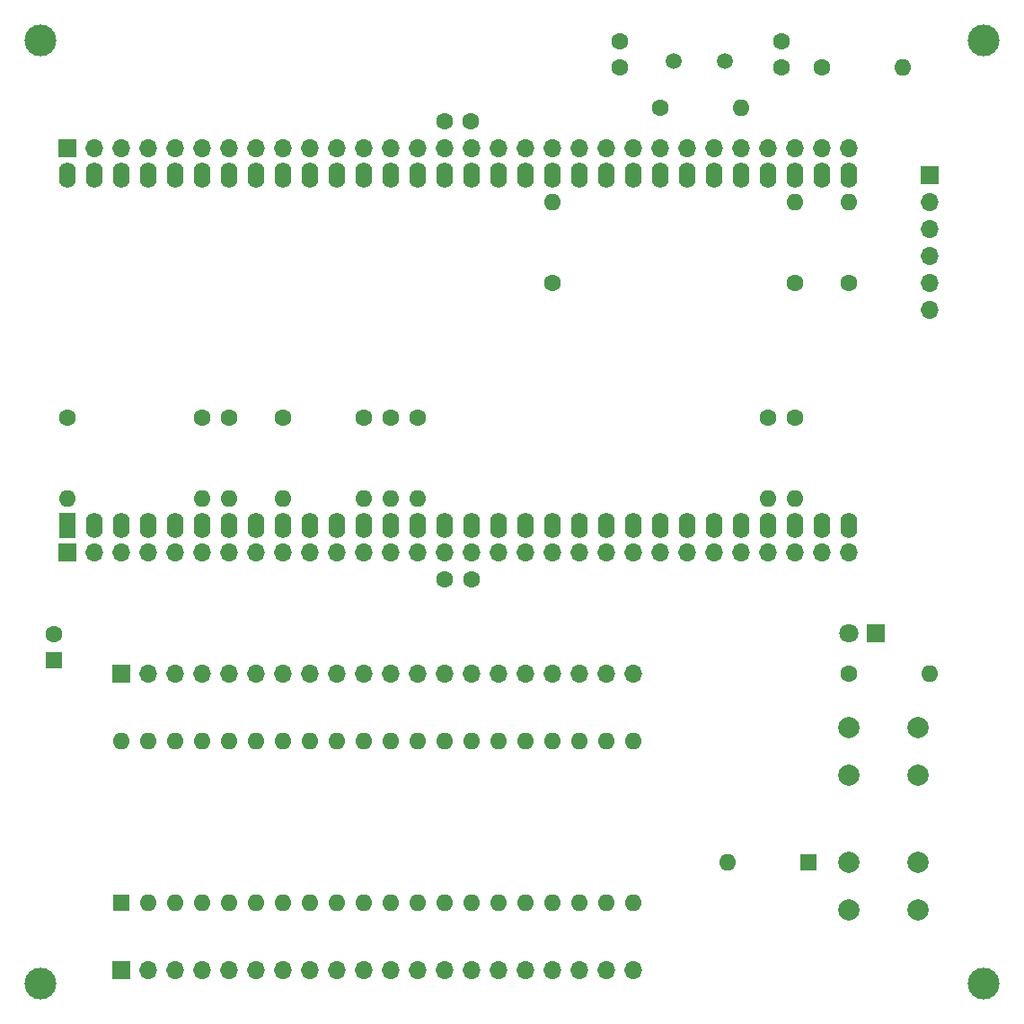
<source format=gbr>
%TF.GenerationSoftware,KiCad,Pcbnew,8.0.5*%
%TF.CreationDate,2025-09-05T14:55:07+09:00*%
%TF.ProjectId,TangNanoDCJ11MEM,54616e67-4e61-46e6-9f44-434a31314d45,rev?*%
%TF.SameCoordinates,Original*%
%TF.FileFunction,Soldermask,Top*%
%TF.FilePolarity,Negative*%
%FSLAX46Y46*%
G04 Gerber Fmt 4.6, Leading zero omitted, Abs format (unit mm)*
G04 Created by KiCad (PCBNEW 8.0.5) date 2025-09-05 14:55:07*
%MOMM*%
%LPD*%
G01*
G04 APERTURE LIST*
%ADD10R,1.600000X1.600000*%
%ADD11O,1.600000X1.600000*%
%ADD12C,3.000000*%
%ADD13C,1.600000*%
%ADD14C,2.000000*%
%ADD15R,1.700000X1.700000*%
%ADD16O,1.700000X1.700000*%
%ADD17C,1.500000*%
%ADD18R,1.800000X1.800000*%
%ADD19C,1.800000*%
%ADD20R,1.600000X2.400000*%
%ADD21O,1.600000X2.400000*%
G04 APERTURE END LIST*
D10*
%TO.C,D1*%
X77470000Y-82550000D03*
D11*
X69850000Y-82550000D03*
%TD*%
D12*
%TO.C,REF\u002A\u002A*%
X93980000Y-93980000D03*
%TD*%
D13*
%TO.C,R4*%
X20320000Y-40640000D03*
D11*
X20320000Y-48260000D03*
%TD*%
D14*
%TO.C,SW1*%
X81280000Y-69850000D03*
X87780000Y-69850000D03*
X81280000Y-74350000D03*
X87780000Y-74350000D03*
%TD*%
D13*
%TO.C,R9*%
X40640000Y-40640000D03*
D11*
X40640000Y-48260000D03*
%TD*%
D13*
%TO.C,R5*%
X22860000Y-40640000D03*
D11*
X22860000Y-48260000D03*
%TD*%
D15*
%TO.C,J4*%
X7620000Y-53340000D03*
D16*
X10160000Y-53340000D03*
X12700000Y-53340000D03*
X15240000Y-53340000D03*
X17780000Y-53340000D03*
X20320000Y-53340000D03*
X22860000Y-53340000D03*
X25400000Y-53340000D03*
X27940000Y-53340000D03*
X30480000Y-53340000D03*
X33020000Y-53340000D03*
X35560000Y-53340000D03*
X38100000Y-53340000D03*
X40640000Y-53340000D03*
X43180000Y-53340000D03*
X45720000Y-53340000D03*
X48260000Y-53340000D03*
X50800000Y-53340000D03*
X53340000Y-53340000D03*
X55880000Y-53340000D03*
X58420000Y-53340000D03*
X60960000Y-53340000D03*
X63500000Y-53340000D03*
X66040000Y-53340000D03*
X68580000Y-53340000D03*
X71120000Y-53340000D03*
X73660000Y-53340000D03*
X76200000Y-53340000D03*
X78740000Y-53340000D03*
X81280000Y-53340000D03*
%TD*%
D13*
%TO.C,R11*%
X76200000Y-40640000D03*
D11*
X76200000Y-48260000D03*
%TD*%
D13*
%TO.C,R15*%
X81280000Y-64770000D03*
D11*
X88900000Y-64770000D03*
%TD*%
D13*
%TO.C,R2*%
X78740000Y-7620000D03*
D11*
X86360000Y-7620000D03*
%TD*%
D13*
%TO.C,R12*%
X53340000Y-27940000D03*
D11*
X53340000Y-20320000D03*
%TD*%
D15*
%TO.C,J6*%
X88900000Y-17780000D03*
D16*
X88900000Y-20320000D03*
X88900000Y-22860000D03*
X88900000Y-25400000D03*
X88900000Y-27940000D03*
X88900000Y-30480000D03*
%TD*%
D15*
%TO.C,J3*%
X12700000Y-64770000D03*
D16*
X15240000Y-64770000D03*
X17780000Y-64770000D03*
X20320000Y-64770000D03*
X22860000Y-64770000D03*
X25400000Y-64770000D03*
X27940000Y-64770000D03*
X30480000Y-64770000D03*
X33020000Y-64770000D03*
X35560000Y-64770000D03*
X38100000Y-64770000D03*
X40640000Y-64770000D03*
X43180000Y-64770000D03*
X45720000Y-64770000D03*
X48260000Y-64770000D03*
X50800000Y-64770000D03*
X53340000Y-64770000D03*
X55880000Y-64770000D03*
X58420000Y-64770000D03*
X60960000Y-64770000D03*
%TD*%
D13*
%TO.C,R7*%
X35560000Y-40640000D03*
D11*
X35560000Y-48260000D03*
%TD*%
D17*
%TO.C,Y1*%
X69650000Y-6985000D03*
X64770000Y-6985000D03*
%TD*%
D18*
%TO.C,LED1*%
X83820000Y-60960000D03*
D19*
X81280000Y-60960000D03*
%TD*%
D13*
%TO.C,C1*%
X59690000Y-7620000D03*
X59690000Y-5120000D03*
%TD*%
%TO.C,C2*%
X74930000Y-7620000D03*
X74930000Y-5120000D03*
%TD*%
%TO.C,C4*%
X45720000Y-55880000D03*
X43220000Y-55880000D03*
%TD*%
%TO.C,R3*%
X7620000Y-40640000D03*
D11*
X7620000Y-48260000D03*
%TD*%
D12*
%TO.C,REF\u002A\u002A*%
X5080000Y-5080000D03*
%TD*%
D14*
%TO.C,SW2*%
X81280000Y-82550000D03*
X87780000Y-82550000D03*
X81280000Y-87050000D03*
X87780000Y-87050000D03*
%TD*%
D13*
%TO.C,R10*%
X73660000Y-40640000D03*
D11*
X73660000Y-48260000D03*
%TD*%
D13*
%TO.C,R1*%
X63500000Y-11430000D03*
D11*
X71120000Y-11430000D03*
%TD*%
D20*
%TO.C,U1*%
X7620000Y-50800000D03*
D21*
X10160000Y-50800000D03*
X12700000Y-50800000D03*
X15240000Y-50800000D03*
X17780000Y-50800000D03*
X20320000Y-50800000D03*
X22860000Y-50800000D03*
X25400000Y-50800000D03*
X27940000Y-50800000D03*
X30480000Y-50800000D03*
X33020000Y-50800000D03*
X35560000Y-50800000D03*
X38100000Y-50800000D03*
X40640000Y-50800000D03*
X43180000Y-50800000D03*
X45720000Y-50800000D03*
X48260000Y-50800000D03*
X50800000Y-50800000D03*
X53340000Y-50800000D03*
X55880000Y-50800000D03*
X58420000Y-50800000D03*
X60960000Y-50800000D03*
X63500000Y-50800000D03*
X66040000Y-50800000D03*
X68580000Y-50800000D03*
X71120000Y-50800000D03*
X73660000Y-50800000D03*
X76200000Y-50800000D03*
X78740000Y-50800000D03*
X81280000Y-50800000D03*
X81280000Y-17780000D03*
X78740000Y-17780000D03*
X76200000Y-17780000D03*
X73660000Y-17780000D03*
X71120000Y-17780000D03*
X68580000Y-17780000D03*
X66040000Y-17780000D03*
X63500000Y-17780000D03*
X60960000Y-17780000D03*
X58420000Y-17780000D03*
X55880000Y-17780000D03*
X53340000Y-17780000D03*
X50800000Y-17780000D03*
X48260000Y-17780000D03*
X45720000Y-17780000D03*
X43180000Y-17780000D03*
X40640000Y-17780000D03*
X38100000Y-17780000D03*
X35560000Y-17780000D03*
X33020000Y-17780000D03*
X30480000Y-17780000D03*
X27940000Y-17780000D03*
X25400000Y-17780000D03*
X22860000Y-17780000D03*
X20320000Y-17780000D03*
X17780000Y-17780000D03*
X15240000Y-17780000D03*
X12700000Y-17780000D03*
X10160000Y-17780000D03*
X7620000Y-17780000D03*
%TD*%
D13*
%TO.C,C3*%
X43180000Y-12700000D03*
X45680000Y-12700000D03*
%TD*%
%TO.C,R8*%
X38100000Y-40640000D03*
D11*
X38100000Y-48260000D03*
%TD*%
D13*
%TO.C,R6*%
X27940000Y-40640000D03*
D11*
X27940000Y-48260000D03*
%TD*%
D10*
%TO.C,J1*%
X12700000Y-86360000D03*
D11*
X15240000Y-86360000D03*
X17780000Y-86360000D03*
X20320000Y-86360000D03*
X22860000Y-86360000D03*
X25400000Y-86360000D03*
X27940000Y-86360000D03*
X30480000Y-86360000D03*
X33020000Y-86360000D03*
X35560000Y-86360000D03*
X38100000Y-86360000D03*
X40640000Y-86360000D03*
X43180000Y-86360000D03*
X45720000Y-86360000D03*
X48260000Y-86360000D03*
X50800000Y-86360000D03*
X53340000Y-86360000D03*
X55880000Y-86360000D03*
X58420000Y-86360000D03*
X60960000Y-86360000D03*
X60960000Y-71120000D03*
X58420000Y-71120000D03*
X55880000Y-71120000D03*
X53340000Y-71120000D03*
X50800000Y-71120000D03*
X48260000Y-71120000D03*
X45720000Y-71120000D03*
X43180000Y-71120000D03*
X40640000Y-71120000D03*
X38100000Y-71120000D03*
X35560000Y-71120000D03*
X33020000Y-71120000D03*
X30480000Y-71120000D03*
X27940000Y-71120000D03*
X25400000Y-71120000D03*
X22860000Y-71120000D03*
X20320000Y-71120000D03*
X17780000Y-71120000D03*
X15240000Y-71120000D03*
X12700000Y-71120000D03*
%TD*%
D13*
%TO.C,R14*%
X81280000Y-27940000D03*
D11*
X81280000Y-20320000D03*
%TD*%
D15*
%TO.C,J2*%
X12700000Y-92710000D03*
D16*
X15240000Y-92710000D03*
X17780000Y-92710000D03*
X20320000Y-92710000D03*
X22860000Y-92710000D03*
X25400000Y-92710000D03*
X27940000Y-92710000D03*
X30480000Y-92710000D03*
X33020000Y-92710000D03*
X35560000Y-92710000D03*
X38100000Y-92710000D03*
X40640000Y-92710000D03*
X43180000Y-92710000D03*
X45720000Y-92710000D03*
X48260000Y-92710000D03*
X50800000Y-92710000D03*
X53340000Y-92710000D03*
X55880000Y-92710000D03*
X58420000Y-92710000D03*
X60960000Y-92710000D03*
%TD*%
D12*
%TO.C,REF\u002A\u002A*%
X5080000Y-93980000D03*
%TD*%
D10*
%TO.C,C5*%
X6350000Y-63500000D03*
D13*
X6350000Y-61000000D03*
%TD*%
%TO.C,R13*%
X76200000Y-27940000D03*
D11*
X76200000Y-20320000D03*
%TD*%
D15*
%TO.C,J5*%
X7620000Y-15240000D03*
D16*
X10160000Y-15240000D03*
X12700000Y-15240000D03*
X15240000Y-15240000D03*
X17780000Y-15240000D03*
X20320000Y-15240000D03*
X22860000Y-15240000D03*
X25400000Y-15240000D03*
X27940000Y-15240000D03*
X30480000Y-15240000D03*
X33020000Y-15240000D03*
X35560000Y-15240000D03*
X38100000Y-15240000D03*
X40640000Y-15240000D03*
X43180000Y-15240000D03*
X45720000Y-15240000D03*
X48260000Y-15240000D03*
X50800000Y-15240000D03*
X53340000Y-15240000D03*
X55880000Y-15240000D03*
X58420000Y-15240000D03*
X60960000Y-15240000D03*
X63500000Y-15240000D03*
X66040000Y-15240000D03*
X68580000Y-15240000D03*
X71120000Y-15240000D03*
X73660000Y-15240000D03*
X76200000Y-15240000D03*
X78740000Y-15240000D03*
X81280000Y-15240000D03*
%TD*%
D12*
%TO.C,REF\u002A\u002A*%
X93980000Y-5080000D03*
%TD*%
M02*

</source>
